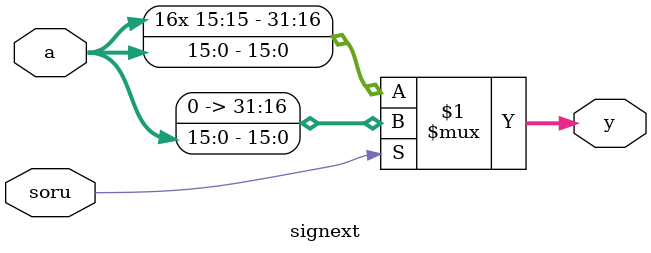
<source format=sv>
module signext(input logic[15:0] a,
               input logic soru,
               output logic[31:0] y);
    assign y = (soru)?{16'b0000000000000000,a}:{{16{a[15]}},a};
endmodule

</source>
